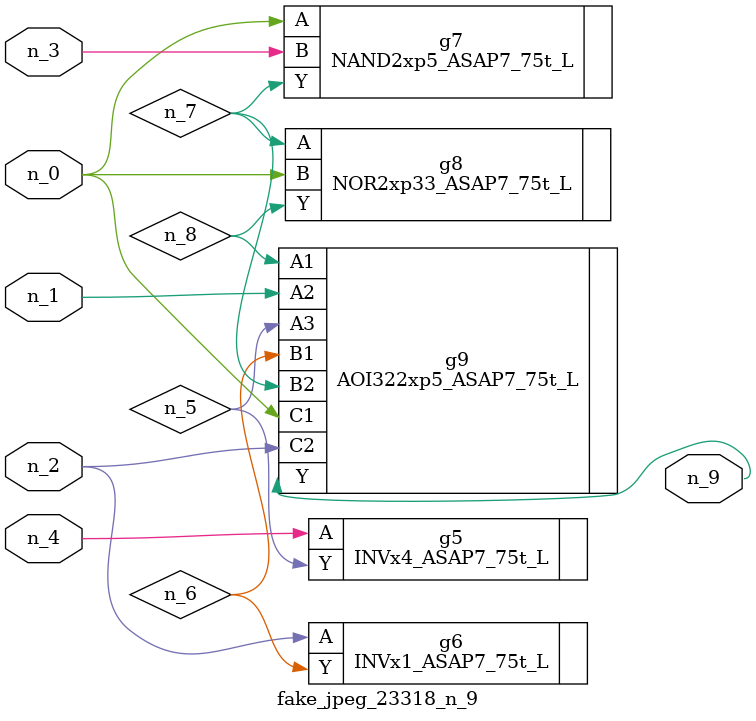
<source format=v>
module fake_jpeg_23318_n_9 (n_3, n_2, n_1, n_0, n_4, n_9);

input n_3;
input n_2;
input n_1;
input n_0;
input n_4;

output n_9;

wire n_8;
wire n_6;
wire n_5;
wire n_7;

INVx4_ASAP7_75t_L g5 ( 
.A(n_4),
.Y(n_5)
);

INVx1_ASAP7_75t_L g6 ( 
.A(n_2),
.Y(n_6)
);

NAND2xp5_ASAP7_75t_L g7 ( 
.A(n_0),
.B(n_3),
.Y(n_7)
);

NOR2xp33_ASAP7_75t_L g8 ( 
.A(n_7),
.B(n_0),
.Y(n_8)
);

AOI322xp5_ASAP7_75t_L g9 ( 
.A1(n_8),
.A2(n_1),
.A3(n_5),
.B1(n_6),
.B2(n_7),
.C1(n_0),
.C2(n_2),
.Y(n_9)
);


endmodule
</source>
